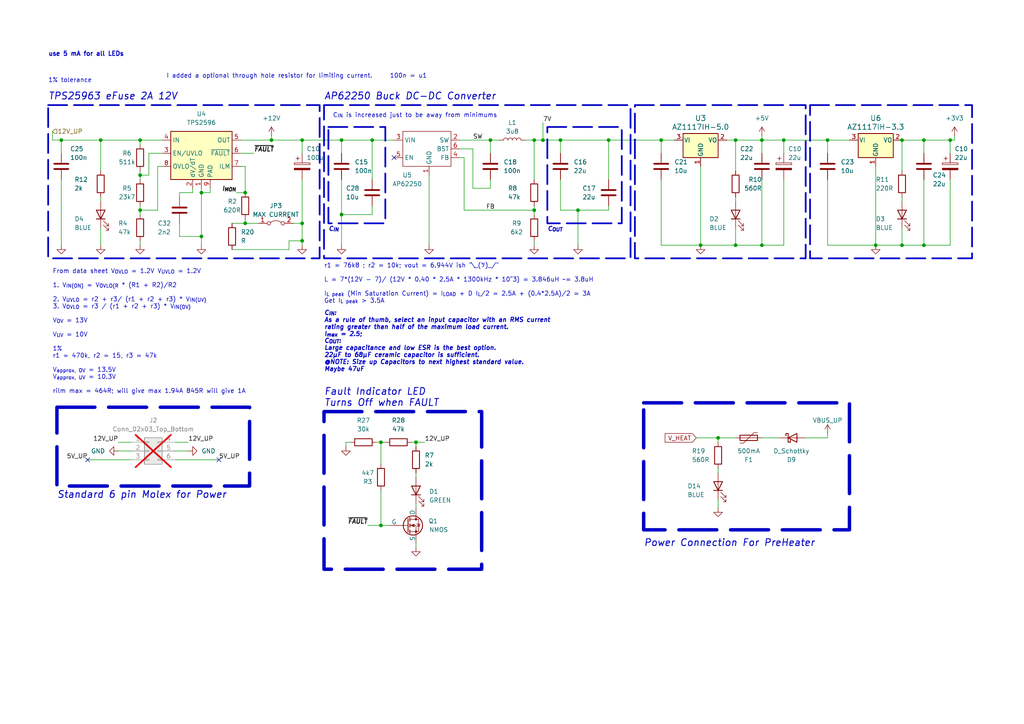
<source format=kicad_sch>
(kicad_sch (version 20231120) (generator "eeschema") (generator_version "8.0")
  (paper "A4")
  (title_block (title "Power Supply") (rev "1"))
  (lib_symbols
    (symbol "Connector_Generic:Conn_02x03_Top_Bottom" (pin_names (offset 1.016) hide)
      (property "Reference" "J" (at 1.27 5.08 0))
      (property "Value" "Conn_02x03_Top_Bottom" (at 1.27 -5.08 0))
      (symbol "Conn_02x03_Top_Bottom_1_1"
        (rectangle (start -1.27 -2.413) (end 0 -2.667) (stroke (width 0.1524)))
        (rectangle (start -1.27 0.127) (end 0 -0.127) (stroke (width 0.1524)))
        (rectangle (start -1.27 2.667) (end 0 2.413) (stroke (width 0.1524)))
        (rectangle (start -1.27 3.81) (end 3.81 -3.81) (stroke (width 0.254)) (fill (type background)))
        (rectangle (start 3.81 -2.413) (end 2.54 -2.667) (stroke (width 0.1524)))
        (rectangle (start 3.81 0.127) (end 2.54 -0.127) (stroke (width 0.1524)))
        (rectangle (start 3.81 2.667) (end 2.54 2.413) (stroke (width 0.1524)))
        (pin passive line (at -5.08 2.54 0) (length 3.81) (name "Pin_1") (number "1"))
        (pin passive line (at -5.08 0 0) (length 3.81) (name "Pin_2") (number "2"))
        (pin passive line (at -5.08 -2.54 0) (length 3.81) (name "Pin_3") (number "3"))
        (pin passive line (at 7.62 2.54 180) (length 3.81) (name "Pin_4") (number "4"))
        (pin passive line (at 7.62 0 180) (length 3.81) (name "Pin_5") (number "5"))
        (pin passive line (at 7.62 -2.54 180) (length 3.81) (name "Pin_6") (number "6"))
      )
    )
    (symbol "Device:C" (pin_numbers hide) (pin_names (offset 0.254))
      (property "Reference" "C" (at 0.635 2.54 0))
      (property "Value" "C" (at 0.635 -2.54 0))
      (symbol "C_0_1"
        (polyline (pts (xy -2.032 -0.762) (xy 2.032 -0.762)) (stroke (width 0.508)))
        (polyline (pts (xy -2.032 0.762) (xy 2.032 0.762)) (stroke (width 0.508)))
      )
      (symbol "C_1_1"
        (pin passive line (at 0 3.81 270) (length 2.794) (name "~") (number "1"))
        (pin passive line (at 0 -3.81 90) (length 2.794) (name "~") (number "2"))
      )
    )
    (symbol "Device:C_Polarized" (pin_numbers hide) (pin_names (offset 0.254))
      (property "Reference" "C" (at 0.635 2.54 0))
      (property "Value" "C_Polarized" (at 0.635 -2.54 0))
      (symbol "C_Polarized_0_1"
        (rectangle (start -2.286 0.508) (end 2.286 1.016))
        (polyline (pts (xy -1.778 2.286) (xy -0.762 2.286)))
        (polyline (pts (xy -1.27 2.794) (xy -1.27 1.778)))
        (rectangle (start 2.286 -0.508) (end -2.286 -1.016) (fill (type outline)))
      )
      (symbol "C_Polarized_1_1"
        (pin passive line (at 0 3.81 270) (length 2.794) (name "~") (number "1"))
        (pin passive line (at 0 -3.81 90) (length 2.794) (name "~") (number "2"))
      )
    )
    (symbol "Device:D_Schottky" (pin_numbers hide) (pin_names (offset 1.016) hide)
      (property "Reference" "D" (at 0 2.54 0))
      (property "Value" "D_Schottky" (at 0 -2.54 0))
      (symbol "D_Schottky_0_1"
        (polyline (pts (xy 1.27 0) (xy -1.27 0)))
        (polyline (pts (xy 1.27 1.27) (xy 1.27 -1.27) (xy -1.27 0) (xy 1.27 1.27)) (stroke (width 0.254)))
        (polyline (pts (xy -1.905 0.635) (xy -1.905 1.27) (xy -1.27 1.27) (xy -1.27 -1.27) (xy -0.635 -1.27) (xy -0.635 -0.635)) (stroke (width 0.254)))
      )
      (symbol "D_Schottky_1_1"
        (pin passive line (at -3.81 0 0) (length 2.54) (name "K") (number "1"))
        (pin passive line (at 3.81 0 180) (length 2.54) (name "A") (number "2"))
      )
    )
    (symbol "Device:L" (pin_numbers hide) (pin_names (offset 1.016) hide)
      (property "Reference" "L" (at -1.27 0 90))
      (property "Value" "L" (at 1.905 0 90))
      (symbol "L_0_1"
        (arc (start 0 -2.54) (mid 0.6323 -1.905) (end 0 -1.27))
        (arc (start 0 -1.27) (mid 0.6323 -0.635) (end 0 0))
        (arc (start 0 0) (mid 0.6323 0.635) (end 0 1.27))
        (arc (start 0 1.27) (mid 0.6323 1.905) (end 0 2.54))
      )
      (symbol "L_1_1"
        (pin passive line (at 0 3.81 270) (length 1.27) (name "1") (number "1"))
        (pin passive line (at 0 -3.81 90) (length 1.27) (name "2") (number "2"))
      )
    )
    (symbol "Device:LED" (pin_numbers hide) (pin_names (offset 1.016) hide)
      (property "Reference" "D" (at 0 2.54 0))
      (property "Value" "LED" (at 0 -2.54 0))
      (symbol "LED_0_1"
        (polyline (pts (xy -1.27 -1.27) (xy -1.27 1.27)) (stroke (width 0.254)))
        (polyline (pts (xy -1.27 0) (xy 1.27 0)))
        (polyline (pts (xy 1.27 -1.27) (xy 1.27 1.27) (xy -1.27 0) (xy 1.27 -1.27)) (stroke (width 0.254)))
        (polyline (pts (xy -3.048 -0.762) (xy -4.572 -2.286) (xy -3.81 -2.286) (xy -4.572 -2.286) (xy -4.572 -1.524)))
        (polyline (pts (xy -1.778 -0.762) (xy -3.302 -2.286) (xy -2.54 -2.286) (xy -3.302 -2.286) (xy -3.302 -1.524)))
      )
      (symbol "LED_1_1"
        (pin passive line (at -3.81 0 0) (length 2.54) (name "K") (number "1"))
        (pin passive line (at 3.81 0 180) (length 2.54) (name "A") (number "2"))
      )
    )
    (symbol "Device:Polyfuse" (pin_numbers hide) (pin_names (offset 0))
      (property "Reference" "F" (at -2.54 0 90))
      (property "Value" "Polyfuse" (at 2.54 0 90))
      (symbol "Polyfuse_0_1"
        (rectangle (start -0.762 2.54) (end 0.762 -2.54) (stroke (width 0.254)))
        (polyline (pts (xy 0 2.54) (xy 0 -2.54)))
        (polyline (pts (xy -1.524 2.54) (xy -1.524 1.524) (xy 1.524 -1.524) (xy 1.524 -2.54)))
      )
      (symbol "Polyfuse_1_1"
        (pin passive line (at 0 3.81 270) (length 1.27) (name "~") (number "1"))
        (pin passive line (at 0 -3.81 90) (length 1.27) (name "~") (number "2"))
      )
    )
    (symbol "Device:R" (pin_numbers hide) (pin_names (offset 0))
      (property "Reference" "R" (at 2.032 0 90))
      (property "Value" "R" (at 0 0 90))
      (symbol "R_0_1"
        (rectangle (start -1.016 -2.54) (end 1.016 2.54) (stroke (width 0.254)))
      )
      (symbol "R_1_1"
        (pin passive line (at 0 3.81 270) (length 1.27) (name "~") (number "1"))
        (pin passive line (at 0 -3.81 90) (length 1.27) (name "~") (number "2"))
      )
    )
    (symbol "H2_Parts:AP62205"
      (property "Reference" "U" (at -1.27 6.35 0))
      (symbol "AP62205_0_1"
        (rectangle (start -6.35 5.08) (end 7.62 -5.08))
      )
      (symbol "AP62205_1_1"
        (pin input line (at 1.27 -7.62 90) (length 2.54) (name "GND") (number "1"))
        (pin output line (at 10.16 2.54 180) (length 2.54) (name "SW") (number "2"))
        (pin input line (at -8.89 2.54 0) (length 2.54) (name "VIN") (number "3"))
        (pin input line (at 10.16 -2.54 180) (length 2.54) (name "FB") (number "4"))
        (pin input line (at -8.89 -2.54 0) (length 2.54) (name "EN") (number "5"))
        (pin input line (at 10.16 0 180) (length 2.54) (name "BST") (number "6"))
      )
    )
    (symbol "H2_Parts:AZ1117IH-3.3" (pin_names (offset 0.254))
      (property "Reference" "U" (at 0 7.62 0))
      (property "Value" "AZ1117IH-3.3" (at 0 5.08 0))
      (symbol "AZ1117IH-3.3_0_1"
        (rectangle (start -5.08 1.905) (end 5.08 -5.08) (stroke (width 0.254)) (fill (type background)))
      )
      (symbol "AZ1117IH-3.3_1_1"
        (pin power_in line (at 0 -7.62 90) (length 2.54) (name "GND") (number "1"))
        (pin power_out line (at 7.62 0 180) (length 2.54) (name "VO") (number "2"))
        (pin power_in line (at -7.62 0 0) (length 2.54) (name "VI") (number "3"))
      )
    )
    (symbol "H2_Parts:AZ111IH-5.0" (pin_names (offset 0.254))
      (property "Reference" "U" (at 0 8.89 0))
      (property "Value" "AZ1117IH-5.0" (at 0 6.35 0))
      (symbol "AZ111IH-5.0_0_1"
        (rectangle (start -5.08 1.905) (end 5.08 -5.08) (stroke (width 0.254)) (fill (type background)))
      )
      (symbol "AZ111IH-5.0_1_1"
        (pin power_in line (at 0 -7.62 90) (length 2.54) (name "GND") (number "1"))
        (pin power_out line (at 7.62 0 180) (length 2.54) (name "VO") (number "2"))
        (pin power_in line (at -7.62 0 0) (length 2.54) (name "VI") (number "3"))
      )
    )
    (symbol "H2_Parts:TPS2596"
      (property "Reference" "U" (at 0 11.43 0))
      (property "Value" "TPS2596" (at 0 8.89 0))
      (symbol "TPS2596_0_1"
        (rectangle (start -8.89 6.35) (end 8.89 -7.62) (stroke (width 0.254)) (fill (type background)))
      )
      (symbol "TPS2596_1_1"
        (pin power_in line (at 0 -10.16 90) (length 2.54) (name "GND") (number "1"))
        (pin input line (at -2.54 -10.16 90) (length 2.54) (name "dV/dT") (number "2"))
        (pin input line (at -11.43 0 0) (length 2.54) (name "EN/UVLO") (number "3"))
        (pin power_in line (at -11.43 3.81 0) (length 2.54) (name "IN") (number "4"))
        (pin power_out line (at 11.43 3.81 180) (length 2.54) (name "OUT") (number "5"))
        (pin output line (at 11.43 0 180) (length 2.54) (name "~{FAULT}") (number "6"))
        (pin input line (at 11.43 -3.81 180) (length 2.54) (name "ILM") (number "7"))
        (pin input line (at -11.43 -3.81 0) (length 2.54) (name "OVLO") (number "8"))
        (pin input line (at 2.54 -10.16 90) (length 2.54) (name "PAD") (number "9"))
      )
    )
    (symbol "Jumper:Jumper_2_Bridged" (pin_names (offset 0) hide)
      (property "Reference" "JP" (at 0 1.905 0))
      (property "Value" "Jumper_2_Bridged" (at 0 -2.54 0))
      (symbol "Jumper_2_Bridged_0_0"
        (circle (center -2.032 0) (radius 0.508))
        (circle (center 2.032 0) (radius 0.508))
      )
      (symbol "Jumper_2_Bridged_0_1"
        (arc (start 1.524 0.254) (mid 0 0.762) (end -1.524 0.254))
      )
      (symbol "Jumper_2_Bridged_1_1"
        (pin passive line (at -5.08 0 0) (length 2.54) (name "A") (number "1"))
        (pin passive line (at 5.08 0 180) (length 2.54) (name "B") (number "2"))
      )
    )
    (symbol "RF_Parts:VBUS_UP" (power) (pin_names (offset 0))
      (property "Value" "VBUS_UP" (at 0 3.556 0))
      (symbol "VBUS_UP_0_1"
        (polyline (pts (xy -0.762 1.27) (xy 0 2.54)))
        (polyline (pts (xy 0 0) (xy 0 2.54)))
        (polyline (pts (xy 0 2.54) (xy 0.762 1.27)))
      )
      (symbol "VBUS_UP_1_1"
        (pin power_in line (at 0 0 90) (length 0) hide (name "VBUS_UP") (number "1"))
      )
    )
    (symbol "Simulation_SPICE:NMOS" (pin_numbers hide) (pin_names (offset 0))
      (property "Reference" "Q" (at 5.08 1.27 0))
      (property "Value" "NMOS" (at 5.08 -1.27 0))
      (symbol "NMOS_0_1"
        (polyline (pts (xy 0.254 0) (xy -2.54 0)))
        (polyline (pts (xy 0.254 1.905) (xy 0.254 -1.905)) (stroke (width 0.254)))
        (polyline (pts (xy 0.762 -1.27) (xy 0.762 -2.286)) (stroke (width 0.254)))
        (polyline (pts (xy 0.762 0.508) (xy 0.762 -0.508)) (stroke (width 0.254)))
        (polyline (pts (xy 0.762 2.286) (xy 0.762 1.27)) (stroke (width 0.254)))
        (polyline (pts (xy 2.54 2.54) (xy 2.54 1.778)))
        (polyline (pts (xy 2.54 -2.54) (xy 2.54 0) (xy 0.762 0)))
        (polyline (pts (xy 0.762 -1.778) (xy 3.302 -1.778) (xy 3.302 1.778) (xy 0.762 1.778)))
        (polyline (pts (xy 1.016 0) (xy 2.032 0.381) (xy 2.032 -0.381) (xy 1.016 0)) (fill (type outline)))
        (polyline (pts (xy 2.794 0.508) (xy 2.921 0.381) (xy 3.683 0.381) (xy 3.81 0.254)))
        (polyline (pts (xy 3.302 0.381) (xy 2.921 -0.254) (xy 3.683 -0.254) (xy 3.302 0.381)))
        (circle (center 1.651 0) (radius 2.794) (stroke (width 0.254)))
        (circle (center 2.54 -1.778) (radius 0.254) (fill (type outline)))
        (circle (center 2.54 1.778) (radius 0.254) (fill (type outline)))
      )
      (symbol "NMOS_1_1"
        (pin passive line (at 2.54 5.08 270) (length 2.54) (name "D") (number "1"))
        (pin input line (at -5.08 0 0) (length 2.54) (name "G") (number "2"))
        (pin passive line (at 2.54 -5.08 90) (length 2.54) (name "S") (number "3"))
      )
    )
    (symbol "power:+12V" (power) (pin_names (offset 0))
      (property "Value" "+12V" (at 0 3.556 0))
      (symbol "+12V_0_1"
        (polyline (pts (xy -0.762 1.27) (xy 0 2.54)))
        (polyline (pts (xy 0 0) (xy 0 2.54)))
        (polyline (pts (xy 0 2.54) (xy 0.762 1.27)))
      )
      (symbol "+12V_1_1"
        (pin power_in line (at 0 0 90) (length 0) hide (name "+12V") (number "1"))
      )
    )
    (symbol "power:+3V3" (power) (pin_names (offset 0))
      (property "Value" "+3V3" (at 0 3.556 0))
      (symbol "+3V3_0_1"
        (polyline (pts (xy -0.762 1.27) (xy 0 2.54)))
        (polyline (pts (xy 0 0) (xy 0 2.54)))
        (polyline (pts (xy 0 2.54) (xy 0.762 1.27)))
      )
      (symbol "+3V3_1_1"
        (pin power_in line (at 0 0 90) (length 0) hide (name "+3V3") (number "1"))
      )
    )
    (symbol "power:+5V" (power) (pin_names (offset 0))
      (property "Value" "+5V" (at 0 3.556 0))
      (symbol "+5V_0_1"
        (polyline (pts (xy -0.762 1.27) (xy 0 2.54)))
        (polyline (pts (xy 0 0) (xy 0 2.54)))
        (polyline (pts (xy 0 2.54) (xy 0.762 1.27)))
      )
      (symbol "+5V_1_1"
        (pin power_in line (at 0 0 90) (length 0) hide (name "+5V") (number "1"))
      )
    )
    (symbol "power:GND" (power) (pin_names (offset 0))
      (property "Value" "GND" (at 0 -3.81 0))
      (symbol "GND_0_1"
        (polyline (pts (xy 0 0) (xy 0 -1.27) (xy 1.27 -1.27) (xy 0 -2.54) (xy -1.27 -1.27) (xy 0 -1.27)))
      )
      (symbol "GND_1_1"
        (pin power_in line (at 0 0 270) (length 0) hide (name "GND") (number "1"))
      )
    )
  )
  (junction (at 275.59 40.64))
  (junction (at 220.98 40.64))
  (junction (at 203.2 71.12))
  (junction (at 267.97 40.64))
  (junction (at 167.64 60.96))
  (junction (at 58.42 68.58))
  (junction (at 162.56 40.64))
  (junction (at 176.53 40.64))
  (junction (at 71.12 64.77))
  (junction (at 87.63 64.77))
  (junction (at 99.06 62.23))
  (junction (at 78.74 40.64))
  (junction (at 40.64 60.96))
  (junction (at 154.94 40.64))
  (junction (at 40.64 40.64))
  (junction (at 157.48 40.64))
  (junction (at 254 71.12))
  (junction (at 40.64 50.8))
  (junction (at 29.21 40.64))
  (junction (at 87.63 69.85))
  (junction (at 240.03 40.64))
  (junction (at 110.49 152.4))
  (junction (at 213.36 40.64))
  (junction (at 120.65 128.27))
  (junction (at 71.12 55.88))
  (junction (at 213.36 71.12))
  (junction (at 17.78 40.64))
  (junction (at 87.63 40.64))
  (junction (at 208.28 127))
  (junction (at 110.49 128.27))
  (junction (at 227.33 40.64))
  (junction (at 142.24 40.64))
  (junction (at 99.06 40.64))
  (junction (at 267.97 71.12))
  (junction (at 261.62 71.12))
  (junction (at 191.77 40.64))
  (junction (at 261.62 40.64))
  (junction (at 220.98 71.12))
  (junction (at 107.95 40.64))
  (junction (at 154.94 60.96))
  (junction (at 58.42 55.88))
  (no_connect (at 63.5 133.35))
  (no_connect (at 25.4 133.35))
  (no_connect (at 114.3 45.72))
  (wire (pts (xy 167.64 60.96) (xy 167.64 71.12)))
  (wire (pts (xy 43.18 44.45) (xy 43.18 50.8)))
  (wire (pts (xy 191.77 71.12) (xy 203.2 71.12)))
  (wire (pts (xy 40.64 41.91) (xy 40.64 40.64)))
  (wire (pts (xy 120.65 137.16) (xy 120.65 138.43)))
  (wire (pts (xy 52.07 57.15) (xy 52.07 55.88)))
  (wire (pts (xy 40.64 60.96) (xy 40.64 59.69)))
  (wire (pts (xy 267.97 71.12) (xy 275.59 71.12)))
  (wire (pts (xy 71.12 64.77) (xy 71.12 63.5)))
  (wire (pts (xy 67.31 72.39) (xy 83.82 72.39)))
  (wire (pts (xy 213.36 66.04) (xy 213.36 71.12)))
  (wire (pts (xy 54.61 130.81) (xy 50.8 130.81)))
  (wire (pts (xy 261.62 66.04) (xy 261.62 71.12)))
  (wire (pts (xy 167.64 60.96) (xy 176.53 60.96)))
  (wire (pts (xy 123.19 128.27) (xy 120.65 128.27)))
  (wire (pts (xy 52.07 55.88) (xy 55.88 55.88)))
  (wire (pts (xy 213.36 127) (xy 208.28 127)))
  (wire (pts (xy 254 71.12) (xy 261.62 71.12)))
  (wire (pts (xy 110.49 128.27) (xy 110.49 134.62)))
  (wire (pts (xy 208.28 128.27) (xy 208.28 127)))
  (wire (pts (xy 275.59 52.07) (xy 275.59 71.12)))
  (wire (pts (xy 110.49 142.24) (xy 110.49 152.4)))
  (wire (pts (xy 208.28 144.78) (xy 208.28 147.32)))
  (wire (pts (xy 67.31 64.77) (xy 71.12 64.77)))
  (wire (pts (xy 100.33 128.27) (xy 101.6 128.27)))
  (wire (pts (xy 137.16 54.61) (xy 142.24 54.61)))
  (wire (pts (xy 99.06 62.23) (xy 99.06 71.12)))
  (wire (pts (xy 69.85 40.64) (xy 78.74 40.64)))
  (wire (pts (xy 87.63 40.64) (xy 87.63 44.45)))
  (wire (pts (xy 107.95 40.64) (xy 114.3 40.64)))
  (wire (pts (xy 40.64 49.53) (xy 40.64 50.8)))
  (wire (pts (xy 15.24 40.64) (xy 17.78 40.64)))
  (wire (pts (xy 87.63 69.85) (xy 87.63 71.12)))
  (wire (pts (xy 220.98 40.64) (xy 220.98 44.45)))
  (wire (pts (xy 144.78 40.64) (xy 142.24 40.64)))
  (wire (pts (xy 203.2 71.12) (xy 213.36 71.12)))
  (wire (pts (xy 34.29 128.27) (xy 38.1 128.27)))
  (wire (pts (xy 157.48 40.64) (xy 162.56 40.64)))
  (wire (pts (xy 15.24 38.1) (xy 15.24 40.64)))
  (wire (pts (xy 213.36 57.15) (xy 213.36 58.42)))
  (wire (pts (xy 29.21 57.15) (xy 29.21 58.42)))
  (wire (pts (xy 154.94 59.69) (xy 154.94 60.96)))
  (wire (pts (xy 240.03 40.64) (xy 240.03 44.45)))
  (wire (pts (xy 45.72 48.26) (xy 46.99 48.26)))
  (wire (pts (xy 99.06 40.64) (xy 99.06 44.45)))
  (wire (pts (xy 78.74 40.64) (xy 87.63 40.64)))
  (wire (pts (xy 87.63 64.77) (xy 87.63 69.85)))
  (wire (pts (xy 58.42 55.88) (xy 60.96 55.88)))
  (wire (pts (xy 213.36 40.64) (xy 220.98 40.64)))
  (wire (pts (xy 29.21 40.64) (xy 40.64 40.64)))
  (wire (pts (xy 154.94 62.23) (xy 154.94 60.96)))
  (wire (pts (xy 154.94 52.07) (xy 154.94 40.64)))
  (wire (pts (xy 17.78 40.64) (xy 29.21 40.64)))
  (wire (pts (xy 110.49 152.4) (xy 113.03 152.4)))
  (wire (pts (xy 40.64 50.8) (xy 43.18 50.8)))
  (wire (pts (xy 58.42 55.88) (xy 58.42 68.58)))
  (wire (pts (xy 176.53 60.96) (xy 176.53 59.69)))
  (wire (pts (xy 99.06 52.07) (xy 99.06 62.23)))
  (wire (pts (xy 227.33 40.64) (xy 240.03 40.64)))
  (wire (pts (xy 220.98 39.37) (xy 220.98 40.64)))
  (wire (pts (xy 142.24 54.61) (xy 142.24 52.07)))
  (wire (pts (xy 152.4 40.64) (xy 154.94 40.64)))
  (wire (pts (xy 40.64 69.85) (xy 40.64 71.12)))
  (wire (pts (xy 240.03 71.12) (xy 254 71.12)))
  (wire (pts (xy 134.62 45.72) (xy 134.62 60.96)))
  (wire (pts (xy 107.95 62.23) (xy 99.06 62.23)))
  (wire (pts (xy 162.56 52.07) (xy 162.56 60.96)))
  (wire (pts (xy 58.42 68.58) (xy 58.42 71.12)))
  (wire (pts (xy 275.59 40.64) (xy 275.59 44.45)))
  (wire (pts (xy 45.72 60.96) (xy 45.72 48.26)))
  (wire (pts (xy 240.03 40.64) (xy 246.38 40.64)))
  (wire (pts (xy 233.68 127) (xy 240.03 127)))
  (wire (pts (xy 110.49 128.27) (xy 111.76 128.27)))
  (wire (pts (xy 227.33 40.64) (xy 227.33 44.45)))
  (wire (pts (xy 261.62 71.12) (xy 267.97 71.12)))
  (wire (pts (xy 275.59 40.64) (xy 267.97 40.64)))
  (wire (pts (xy 40.64 62.23) (xy 40.64 60.96)))
  (wire (pts (xy 261.62 40.64) (xy 267.97 40.64)))
  (wire (pts (xy 142.24 40.64) (xy 142.24 44.45)))
  (wire (pts (xy 254 48.26) (xy 254 71.12)))
  (wire (pts (xy 261.62 57.15) (xy 261.62 58.42)))
  (wire (pts (xy 157.48 40.64) (xy 154.94 40.64)))
  (wire (pts (xy 191.77 52.07) (xy 191.77 71.12)))
  (wire (pts (xy 17.78 52.07) (xy 17.78 71.12)))
  (wire (pts (xy 176.53 40.64) (xy 176.53 52.07)))
  (wire (pts (xy 71.12 64.77) (xy 74.93 64.77)))
  (wire (pts (xy 120.65 157.48) (xy 120.65 158.75)))
  (wire (pts (xy 213.36 71.12) (xy 220.98 71.12)))
  (wire (pts (xy 208.28 135.89) (xy 208.28 137.16)))
  (wire (pts (xy 99.06 40.64) (xy 107.95 40.64)))
  (wire (pts (xy 276.86 39.37) (xy 276.86 40.64)))
  (wire (pts (xy 133.35 43.18) (xy 137.16 43.18)))
  (wire (pts (xy 119.38 128.27) (xy 120.65 128.27)))
  (wire (pts (xy 40.64 60.96) (xy 45.72 60.96)))
  (wire (pts (xy 71.12 48.26) (xy 69.85 48.26)))
  (wire (pts (xy 78.74 39.37) (xy 78.74 40.64)))
  (wire (pts (xy 109.22 128.27) (xy 110.49 128.27)))
  (wire (pts (xy 34.29 130.81) (xy 38.1 130.81)))
  (wire (pts (xy 69.85 44.45) (xy 73.66 44.45)))
  (wire (pts (xy 267.97 40.64) (xy 267.97 44.45)))
  (wire (pts (xy 83.82 69.85) (xy 87.63 69.85)))
  (wire (pts (xy 137.16 54.61) (xy 137.16 43.18)))
  (wire (pts (xy 261.62 49.53) (xy 261.62 40.64)))
  (wire (pts (xy 133.35 40.64) (xy 142.24 40.64)))
  (wire (pts (xy 50.8 128.27) (xy 54.61 128.27)))
  (wire (pts (xy 157.48 35.56) (xy 157.48 40.64)))
  (wire (pts (xy 85.09 64.77) (xy 87.63 64.77)))
  (wire (pts (xy 68.58 55.88) (xy 71.12 55.88)))
  (wire (pts (xy 213.36 40.64) (xy 210.82 40.64)))
  (wire (pts (xy 107.95 59.69) (xy 107.95 62.23)))
  (wire (pts (xy 191.77 40.64) (xy 195.58 40.64)))
  (wire (pts (xy 83.82 72.39) (xy 83.82 69.85)))
  (wire (pts (xy 29.21 40.64) (xy 29.21 49.53)))
  (wire (pts (xy 220.98 40.64) (xy 227.33 40.64)))
  (wire (pts (xy 87.63 52.07) (xy 87.63 64.77)))
  (wire (pts (xy 107.95 40.64) (xy 107.95 52.07)))
  (wire (pts (xy 213.36 40.64) (xy 213.36 49.53)))
  (wire (pts (xy 40.64 40.64) (xy 46.99 40.64)))
  (wire (pts (xy 40.64 50.8) (xy 40.64 52.07)))
  (wire (pts (xy 120.65 146.05) (xy 120.65 147.32)))
  (wire (pts (xy 240.03 125.73) (xy 240.03 127)))
  (wire (pts (xy 52.07 64.77) (xy 52.07 68.58)))
  (wire (pts (xy 106.68 152.4) (xy 110.49 152.4)))
  (wire (pts (xy 154.94 71.12) (xy 154.94 69.85)))
  (wire (pts (xy 25.4 133.35) (xy 38.1 133.35)))
  (wire (pts (xy 50.8 133.35) (xy 63.5 133.35)))
  (wire (pts (xy 191.77 40.64) (xy 191.77 44.45)))
  (wire (pts (xy 100.33 129.54) (xy 100.33 128.27)))
  (wire (pts (xy 87.63 40.64) (xy 99.06 40.64)))
  (wire (pts (xy 162.56 40.64) (xy 162.56 44.45)))
  (wire (pts (xy 220.98 127) (xy 226.06 127)))
  (wire (pts (xy 133.35 45.72) (xy 134.62 45.72)))
  (wire (pts (xy 52.07 68.58) (xy 58.42 68.58)))
  (wire (pts (xy 134.62 60.96) (xy 154.94 60.96)))
  (wire (pts (xy 201.93 127) (xy 208.28 127)))
  (wire (pts (xy 240.03 52.07) (xy 240.03 71.12)))
  (wire (pts (xy 71.12 55.88) (xy 71.12 48.26)))
  (wire (pts (xy 176.53 40.64) (xy 191.77 40.64)))
  (wire (pts (xy 46.99 44.45) (xy 43.18 44.45)))
  (wire (pts (xy 120.65 128.27) (xy 120.65 129.54)))
  (wire (pts (xy 17.78 40.64) (xy 17.78 44.45)))
  (wire (pts (xy 162.56 60.96) (xy 167.64 60.96)))
  (wire (pts (xy 124.46 50.8) (xy 124.46 71.12)))
  (wire (pts (xy 276.86 40.64) (xy 275.59 40.64)))
  (wire (pts (xy 29.21 66.04) (xy 29.21 71.12)))
  (wire (pts (xy 162.56 40.64) (xy 176.53 40.64)))
  (wire (pts (xy 220.98 71.12) (xy 227.33 71.12)))
  (wire (pts (xy 267.97 52.07) (xy 267.97 71.12)))
  (wire (pts (xy 227.33 52.07) (xy 227.33 71.12)))
  (wire (pts (xy 220.98 52.07) (xy 220.98 71.12)))
  (wire (pts (xy 58.42 55.88) (xy 58.42 54.61)))
  (wire (pts (xy 55.88 55.88) (xy 55.88 54.61)))
  (wire (pts (xy 203.2 48.26) (xy 203.2 71.12)))
  (wire (pts (xy 60.96 55.88) (xy 60.96 54.61)))
  (rectangle (start 16.51 118.11) (end 72.39 140.97) (stroke (width 1) (type dash)))
  (rectangle (start 95.25 36.83) (end 111.76 64.77) (stroke (width 0.5) (type dash)))
  (rectangle (start 234.95 30.48) (end 281.94 74.93) (stroke (width 0.5) (type dash)))
  (rectangle (start 13.97 30.48) (end 92.71 74.93) (stroke (width 0.5) (type dash)))
  (rectangle (start 184.15 30.48) (end 233.68 74.93) (stroke (width 0.5) (type dash)))
  (rectangle (start 11.43 217.17) (end 109.22 328.93) (stroke (width 1) (type dash)))
  (rectangle (start 93.98 30.48) (end 182.88 74.93) (stroke (width 0.5) (type dash)))
  (rectangle (start 186.69 116.84) (end 246.38 153.67) (stroke (width 1) (type dash)))
  (rectangle (start 158.75 36.83) (end 180.34 64.77) (stroke (width 0.5) (type dash)))
  (rectangle (start 93.98 119.38) (end 139.7 165.1) (stroke (width 1) (type dash)))
  (text "C_{IN}" (at 95.25 67.31 0) (effects (font (size 1.27 1.27) (thickness 0.254) (bold yes) (italic yes)) (justify left bottom)))
  (text "The data sheet for the AP63205 says the recommended component values are:\n\nL = 4.7 uH; C_{IN} = 10 uF; C_{OUT, 1 2} = 22 uH; C_{BST, SW} = 100 nF" (at 13.97 273.05 0) (effects (font (size 1.27 1.27) (thickness 0.254) (bold yes)) (justify left bottom)))
  (text "r1 = 76k8 ; r2 = 10k; vout = 6.944V ish ¯\\_(ツ)_/¯\n\nL = 7*(12V - 7)/ (12V * 0.40 * 2.5A * 1300kHz * 10^3) = 3.846uH ~= 3.8uH\n\nI_{L peak} (Min Saturation Current) = I_{LOAD} + D I_{L}/2 = 2.5A + (0.4*2.5A)/2 = 3A\nGet I_{L peak} > 3.5A\n\n" (at 93.98 90.17 0) (effects (font (size 1.27 1.27)) (justify left bottom)))
  (text "TPS25963 eFuse 2A 12V" (at 13.97 29.21 0) (effects (font (size 2 2) (thickness 0.254) (bold yes) (italic yes)) (justify left bottom)))
  (text "Standard 6 pin Molex for Power" (at 16.51 144.78 0) (effects (font (size 2 2) (thickness 0.254) (bold yes) (italic yes)) (justify left bottom)))
  (text "Power Connection For PreHeater\n" (at 186.69 158.75 0) (effects (font (size 2 2) (thickness 0.254) (bold yes) (italic yes)) (justify left bottom)))
  (text "use 5 mA for all LEDs" (at 13.97 16.51 0) (effects (font (size 1.27 1.27) (thickness 0.254) (bold yes)) (justify left bottom)))
  (text "L = V_{OUT} * (V_{IN} - V_{OUT}) / (V_{IN} * Delta I_{L} * f_{SW})\n\nDelta I_{L} = Inductor Ripple Current; 0.40 * 2A\n\nf_{SW} = buck switching frequency\n\nI_{L, PEAK} = I_{LOAD} + (Delta I_{L} / 2) \n\nI_{L, PEAK} determines the inductor saturation current.\nSaturating the inductor will decrease the efficency and increases the temprature.\nFor most applications it is recommended inductance between 2.2 and 10 uH\nwith a DC current rating 35% higher than max current.\nFor highest efficency DC resistance should be less than 100mOhms\n\nFor our application since the Buck has a maximum out current of 2 amps,\nand the eFuse is also max 2A i will pick:\n\nDelta I_{L} = 0.40 * 2A = 0.8\n\nso L = 5V * (12V - 5V) / (12V * 0.40 * 2A * 1100 * 10^3 Hz) = 3.31 uH ( Lower Bound )\n\nI_{L, PEAK} = 2A + (0.40 * 2A) / 2 = 2.4A\n\n" (at 13.97 266.7 0) (effects (font (size 1.27 1.27)) (justify left bottom)))
  (text "C_{IN}:\nAs a rule of thumb, select an input capacitor with an RMS current \nrating greater than half of the maximum load current.\nI_{max} = 2.5;" (at 93.98 97.79 0) (effects (font (size 1.27 1.27) (thickness 0.254) (bold yes) (italic yes)) (justify left bottom)))
  (text "C_{OUT}:\nLarge capacitance and low ESR is the best option. \n22µF to 68µF ceramic capacitor is sufficient.\n@NOTE: Size up Capacitors to next highest standard value.\nMaybe 47uF" (at 93.98 107.95 0) (effects (font (size 1.27 1.27) (thickness 0.254) (bold yes) (italic yes)) (justify left bottom)))
  (text "I added a optional through hole resistor for limiting current." (at 48.26 22.86 0) (effects (font (size 1.27 1.27)) (justify left bottom)))
  (text "C_{OUT}" (at 158.75 67.31 0) (effects (font (size 1.27 1.27) (thickness 0.254) (bold yes) (italic yes)) (justify left bottom)))
  (text "Fault Indicator LED\nTurns Off when FAULT" (at 93.98 118.11 0) (effects (font (size 2 2) (thickness 0.254) (bold yes) (italic yes)) (justify left bottom)))
  (text "Inductor selection for AP63205" (at 11.43 215.9 0) (effects (font (size 2 2) (thickness 0.254) (bold yes) (italic yes)) (justify left bottom)))
  (text "From data sheet V_{OVLO} = 1.2V V_{UVLO} = 1.2V\n\n1. V_{IN(ON)} = V_{OVLO(R} * (R1 + R2)/R2\n\n2. V_{UVLO} = r2 + r3/ (r1 + r2 + r3) * V_{IN(UV)} \n3. V_{OVLO} = r3 / (r1 + r2 + r3) * V_{IN(OV)}\n\nV_{OV} = 13V\n\nV_{UV} = 10V\n\n1%\nr1 = 470k, r2 = 15, r3 = 47k\n\nV_{approx, OV} = 13.5V\nV_{approx, UV} = 10.3V\n\nrilm max = 464R; will give max 1.94A 845R will give 1A" (at 15.24 114.3 0) (effects (font (size 1.27 1.27)) (justify left bottom)))
  (text "100n = u1" (at 113.03 22.86 0) (effects (font (size 1.27 1.27)) (justify left bottom)))
  (text "AP62250 Buck DC-DC Converter" (at 93.98 29.21 0) (effects (font (size 2 2) (thickness 0.254) (bold yes) (italic yes)) (justify left bottom)))
  (text "C_{IN} is increased just to be away from minimums" (at 96.52 34.29 0) (effects (font (size 1.27 1.27)) (justify left bottom)))
  (text "Phil's take:\n\nMAXIMUM SWITCHING CURRENT: \n\nEnsure IC can provide required current and use it to determine current rating for parts.\n\n1. duty cycle partial = V_{Out} / (V_{In, max} * efficency)\n\ndcp = 5V / (12V * 0.85) = 0.49\n\n2. Calculate Inductor Ripple Current: \n- use average L value from data sheet = (2.2 uH + 10 uH) / 2 = 6.1 uH\n\nDelta I_{L} = (12V - 5V) * 0.49 / (1100 * 10^3 * 6.1 * 10^-6 H) = 511 mA\n\n3. Check if IC can deliver max load current:\n\nI_{IC, max} = I_{LIM, min} - Delta I_{L} / 2\nThe AP63205 can deliver High Side peak current of 2.8 A (typ.)\nI_{IC, max} = 2.8 A - 0.511 mA / 2 = 2.5A (greater than max load current)\n\n4. Calculate peak inductor current: \n\nI_{SW, max} = I_{Out, max} + Delta I_{L} / 2 = 2.255 A " (at 13.97 325.12 0) (effects (font (size 1.27 1.27)) (justify left bottom)))
  (text "1% tolerance" (at 13.97 24.13 0) (effects (font (size 1.27 1.27)) (justify left bottom)))
  (label "12V_UP" (at 123.19 128.27 0))
  (label "12V_UP" (at 54.61 128.27 0))
  (label "7V" (at 157.48 35.56 0))
  (label "12V_UP" (at 34.29 128.27 180))
  (label "~{FAULT}" (at 73.66 44.45 0) (effects (font (bold yes) (italic yes))))
  (label "5V_UP" (at 25.4 133.35 180))
  (label "5V_UP" (at 63.5 133.35 0))
  (label "FB" (at 140.97 60.96 0))
  (label "SW" (at 137.16 40.64 0))
  (label "I_{MON}" (at 68.58 55.88 180) (effects (font (bold yes) (italic yes))))
  (label "~{FAULT}" (at 106.68 152.4 180) (effects (font (bold yes) (italic yes))))
  (global_label "V_HEAT" (shape input) (at 201.93 127 180) (property "Intersheetrefs" "${INTERSHEET_REFS}" (effects (hide yes))))
  (hierarchical_label "12V_UP" (shape input) (at 15.24 38.1 0))
  (symbol (lib_id "Device:C") (at 162.56 48.26 0) (unit 1)
    (property "Reference" "C16" (at 166.37 46.99 0) (effects (justify left)))
    (property "Value" "22u" (at 166.37 49.53 0) (effects (justify left)))
    (property "Footprint" "Capacitor_SMD:C_1210_3225Metric" (effects (hide yes)))
    (property "DK #" "1276-1101-1-ND" (effects (hide yes)))
  )
  (symbol (lib_id "power:GND") (at 203.2 71.12 0) (unit 1)
    (property "Reference" "#PWR026" (effects (hide yes)))
    (property "Value" "GND" (effects (hide yes)))
  )
  (symbol (lib_id "power:GND") (at 120.65 158.75 0) (unit 1)
    (property "Reference" "#PWR023" (effects (hide yes)))
    (property "Value" "GND" (effects (hide yes)))
  )
  (symbol (lib_id "power:GND") (at 208.28 147.32 0) (unit 1)
    (property "Reference" "#PWR072" (effects (hide yes)))
    (property "Value" "GND" (effects (hide yes)))
  )
  (symbol (lib_id "Device:R") (at 105.41 128.27 90) (unit 1)
    (property "Reference" "R27" (at 105.41 121.92 90))
    (property "Value" "30k" (at 105.41 124.46 90))
    (property "Footprint" "Resistor_SMD:R_0603_1608Metric" (effects (hide yes)))
    (property "JLCPCB Part#(Optional)" "C22984" (effects (hide yes)))
    (property "JLCPCB Part#(optional)" "C22984" (effects (hide yes)))
  )
  (symbol (lib_id "Device:C") (at 142.24 48.26 0) (unit 1)
    (property "Reference" "C18" (at 146.05 46.99 0) (effects (justify left)))
    (property "Value" "100n" (at 146.05 49.53 0) (effects (justify left)))
    (property "Footprint" "Capacitor_SMD:C_0603_1608Metric" (effects (hide yes)))
    (property "JLCPCB Part#(Optional)" "C14663" (effects (hide yes)))
    (property "JLCPCB Part#(optional)" "C14663" (effects (hide yes)))
  )
  (symbol (lib_id "power:+5V") (at 220.98 39.37 0) (unit 1)
    (property "Reference" "#PWR029" (effects (hide yes)))
    (property "Value" "+5V" (at 220.98 34.29 0))
  )
  (symbol (lib_id "power:GND") (at 40.64 71.12 0) (unit 1)
    (property "Reference" "#PWR022" (effects (hide yes)))
    (property "Value" "GND" (effects (hide yes)))
  )
  (symbol (lib_id "power:GND") (at 124.46 71.12 0) (unit 1)
    (property "Reference" "#PWR018" (effects (hide yes)))
    (property "Value" "GND" (effects (hide yes)))
  )
  (symbol (lib_id "Device:R") (at 110.49 138.43 180) (unit 1)
    (property "Reference" "R3" (at 106.68 139.7 0))
    (property "Value" "4k7" (at 106.68 137.16 0))
    (property "Footprint" "Resistor_SMD:R_0603_1608Metric" (effects (hide yes)))
    (property "JLCPCB Part#(Optional)" "C23162" (effects (hide yes)))
    (property "JLCPCB Part#(optional)" "C23162" (effects (hide yes)))
  )
  (symbol (lib_id "power:GND") (at 167.64 71.12 0) (unit 1)
    (property "Reference" "#PWR019" (effects (hide yes)))
    (property "Value" "GND" (effects (hide yes)))
  )
  (symbol (lib_id "Device:C") (at 267.97 48.26 0) (unit 1)
    (property "Reference" "C24" (at 270.51 50.8 0) (effects (justify left)))
    (property "Value" "22u" (at 270.51 53.34 0) (effects (justify left)))
    (property "Footprint" "Capacitor_SMD:C_0805_2012Metric" (effects (hide yes)))
    (property "JLCPCB Part#(Optional)" "C45783" (effects (hide yes)))
    (property "JLCPCB Part#(optional)" "C45783" (effects (hide yes)))
  )
  (symbol (lib_id "Device:R") (at 261.62 53.34 0) (unit 1)
    (property "Reference" "R11" (at 254 52.07 0) (effects (justify left)))
    (property "Value" "220R" (at 254 54.61 0) (effects (justify left)))
    (property "Footprint" "Resistor_SMD:R_0805_2012Metric" (effects (hide yes)))
    (property "JLCPCB Part#(Optional)" "C17557" (effects (hide yes)))
    (property "JLCPCB Part#(optional)" "C17557" (effects (hide yes)))
  )
  (symbol (lib_id "H2_Parts:AP62205") (at 123.19 43.18 0) (unit 1)
    (property "Reference" "U5" (at 118.11 50.8 0))
    (property "Value" "AP62250" (at 118.11 53.34 0))
    (property "Footprint" "Package_TO_SOT_SMD:TSOT-23-6" (effects (hide yes)))
    (property "DK #" "31-AP62250WU-7CT-ND" (effects (hide yes)))
  )
  (symbol (lib_id "Device:Polyfuse") (at 217.17 127 270) (unit 1)
    (property "Reference" "F1" (at 217.17 133.35 90))
    (property "Value" "500mA" (at 217.17 130.81 90))
    (property "Footprint" "Fuse:Fuse_0805_2012Metric" (effects (hide yes)))
    (property "DK #" "507-1811-1-ND" (effects (hide yes)))
  )
  (symbol (lib_id "power:GND") (at 154.94 71.12 0) (unit 1)
    (property "Reference" "#PWR025" (effects (hide yes)))
    (property "Value" "GND" (effects (hide yes)))
  )
  (symbol (lib_id "Device:D_Schottky") (at 229.87 127 0) (unit 1)
    (property "Reference" "D9" (at 229.5525 133.35 0))
    (property "Value" "D_Schottky" (at 229.5525 130.81 0))
    (property "Footprint" "Diode_SMD:D_0805_2012Metric" (effects (hide yes)))
  )
  (symbol (lib_id "power:GND") (at 17.78 71.12 0) (unit 1)
    (property "Reference" "#PWR034" (effects (hide yes)))
    (property "Value" "GND" (effects (hide yes)))
  )
  (symbol (lib_id "power:GND") (at 87.63 71.12 0) (unit 1)
    (property "Reference" "#PWR024" (effects (hide yes)))
    (property "Value" "GND" (effects (hide yes)))
  )
  (symbol (lib_id "Device:R") (at 40.64 66.04 0) (unit 1)
    (property "Reference" "R4" (at 34.29 64.77 0) (effects (justify left)))
    (property "Value" "47k" (at 34.29 67.31 0) (effects (justify left)))
    (property "Footprint" "Resistor_SMD:R_0805_2012Metric" (effects (hide yes)))
    (property "JLCPCB Part#(optional)" "C17713" (effects (hide yes)))
  )
  (symbol (lib_id "Device:R") (at 67.31 68.58 180) (unit 1)
    (property "Reference" "R20" (at 69.85 67.31 0) (effects (justify right)))
    (property "Value" "R" (at 69.85 69.85 0) (effects (justify right)))
    (property "Footprint" "Resistor_THT:R_Axial_DIN0204_L3.6mm_D1.6mm_P7.62mm_Horizontal" (effects (hide yes)))
  )
  (symbol (lib_id "power:GND") (at 58.42 71.12 0) (unit 1)
    (property "Reference" "#PWR020" (effects (hide yes)))
    (property "Value" "GND" (effects (hide yes)))
  )
  (symbol (lib_id "power:GND") (at 54.61 130.81 90) (unit 1)
    (property "Reference" "#PWR014" (effects (hide yes)))
    (property "Value" "GND" (at 58.42 130.81 90) (effects (justify right)))
  )
  (symbol (lib_id "Device:R") (at 40.64 55.88 0) (unit 1)
    (property "Reference" "R5" (at 36.83 54.61 0))
    (property "Value" "23k7" (at 36.83 57.15 0))
    (property "Footprint" "Resistor_SMD:R_0805_2012Metric" (effects (hide yes)))
    (property "JLCPCB Part#(optional)" "C17480" (effects (hide yes)))
  )
  (symbol (lib_id "Connector_Generic:Conn_02x03_Top_Bottom") (at 43.18 130.81 0) (unit 1) (on_board no) (dnp yes)
    (property "Reference" "J2" (at 44.45 121.92 0))
    (property "Value" "Conn_02x03_Top_Bottom" (at 44.45 124.46 0))
    (property "Footprint" "SYM&FOOT:Molex_Micro-Fit_3.0_43045-0621_2x03-1MP_P3.00mm_Horizontal" (effects (hide yes)))
  )
  (symbol (lib_id "Device:R") (at 208.28 132.08 0) (unit 1)
    (property "Reference" "R19" (at 200.66 130.81 0) (effects (justify left)))
    (property "Value" "560R" (at 200.66 133.35 0) (effects (justify left)))
    (property "Footprint" "Resistor_SMD:R_0805_2012Metric" (effects (hide yes)))
    (property "JLCPCB Part#(Optional)" "C28636" (effects (hide yes)))
    (property "JLCPCB Part#(optional)" "C28636" (effects (hide yes)))
  )
  (symbol (lib_id "power:GND") (at 254 71.12 0) (unit 1)
    (property "Reference" "#PWR021" (effects (hide yes)))
    (property "Value" "GND" (effects (hide yes)))
  )
  (symbol (lib_id "Device:R") (at 120.65 133.35 0) (unit 1)
    (property "Reference" "R7" (at 123.19 132.08 0) (effects (justify left)))
    (property "Value" "2k" (at 123.19 134.62 0) (effects (justify left)))
    (property "Footprint" "Resistor_SMD:R_0805_2012Metric" (effects (hide yes)))
    (property "JLCPCB Part#(Optional)" "C17604" (effects (hide yes)))
    (property "JLCPCB Part#(optional)" "C17604" (effects (hide yes)))
  )
  (symbol (lib_id "Device:C") (at 107.95 55.88 0) (unit 1)
    (property "Reference" "C28" (at 100.33 54.61 0) (effects (justify left)))
    (property "Value" "10u" (at 100.33 57.15 0) (effects (justify left)))
    (property "Footprint" "Capacitor_SMD:C_1210_3225Metric" (effects (hide yes)))
    (property "DK #" "1276-1854-1-ND" (effects (hide yes)))
    (property "JLCPCB Part#(optional)" "-- mixed values --" (effects (hide yes)))
  )
  (symbol (lib_id "Device:C") (at 99.06 48.26 0) (unit 1)
    (property "Reference" "C15" (at 102.87 46.99 0) (effects (justify left)))
    (property "Value" "100n" (at 102.87 49.53 0) (effects (justify left)))
    (property "Footprint" "Capacitor_SMD:C_0603_1608Metric" (effects (hide yes)))
    (property "JLCPCB Part#(Optional)" "C14663" (effects (hide yes)))
    (property "JLCPCB Part#(optional)" "C14663" (effects (hide yes)))
  )
  (symbol (lib_id "Device:L") (at 148.59 40.64 90) (unit 1)
    (property "Reference" "L1" (at 148.59 35.56 90))
    (property "Value" "3u8" (at 148.59 38.1 90))
    (property "Footprint" "Inductor_SMD:L_12x12mm_H8mm" (effects (hide yes)))
    (property "DK #" "CDRH125L125NP-3R9NC" (effects (hide yes)))
  )
  (symbol (lib_id "Simulation_SPICE:NMOS") (at 118.11 152.4 0) (unit 1)
    (property "Reference" "Q1" (at 127 151.13 0) (effects (justify right)))
    (property "Value" "NMOS" (at 124.46 153.67 0) (effects (justify left)))
    (property "Footprint" "Package_TO_SOT_SMD:SOT-23" (effects (hide yes)))
    (property "Datasheet" "https://ngspice.sourceforge.io/docs/ngspice-manual.pdf" (effects (hide yes)))
    (property "JLCPCB Part#(Optional)" "C8545" (effects (hide yes)))
    (property "JLCPCB Part#(optional)" "C8545" (effects (hide yes)))
  )
  (symbol (lib_id "Device:R") (at 154.94 55.88 0) (unit 1)
    (property "Reference" "R8" (at 147.32 54.61 0) (effects (justify left)))
    (property "Value" "47k" (at 147.32 57.15 0) (effects (justify left)))
    (property "Footprint" "Resistor_SMD:R_0805_2012Metric" (effects (hide yes)))
    (property "JLCPCB Part#(Optional)" "C17713" (effects (hide yes)))
    (property "JLCPCB Part#(optional)" "C17713" (effects (hide yes)))
  )
  (symbol (lib_id "Device:C") (at 52.07 60.96 0) (unit 1)
    (property "Reference" "C32" (at 45.72 64.77 0) (effects (justify left)))
    (property "Value" "2n2" (at 45.72 67.31 0) (effects (justify left)))
    (property "Footprint" "Capacitor_SMD:C_0402_1005Metric" (effects (hide yes)))
    (property "JLCPCB Part#(Optional)" "C1531" (effects (hide yes)))
    (property "JLCPCB Part#(optional)" "C1531" (effects (hide yes)))
  )
  (symbol (lib_id "Device:C_Polarized") (at 275.59 48.26 0) (unit 1)
    (property "Reference" "C10" (at 276.86 43.18 0) (effects (justify left)))
    (property "Value" "22u" (at 276.86 45.72 0) (effects (justify left)))
    (property "Footprint" "Capacitor_SMD:CP_Elec_6.3x5.9" (effects (hide yes)))
    (property "DK #" "399-A766EB226M1DLAE060CT-ND" (effects (hide yes)))
    (instances (project "CAN-USB RF Module" (path "" (reference "C10") (unit 1))) (project "H2 Sensor Board Lucy Rev 1" (path "" (reference "C34") (unit 1))))
  )
  (symbol (lib_id "Device:C") (at 176.53 55.88 0) (unit 1)
    (property "Reference" "C17" (at 168.91 54.61 0) (effects (justify left)))
    (property "Value" "22u" (at 168.91 57.15 0) (effects (justify left)))
    (property "Footprint" "Capacitor_SMD:C_1210_3225Metric" (effects (hide yes)))
    (property "DK #" "1276-1101-1-ND" (effects (hide yes)))
  )
  (symbol (lib_id "Device:C_Polarized") (at 87.63 48.26 0) (unit 1)
    (property "Reference" "C10" (at 88.9 43.18 0) (effects (justify left)))
    (property "Value" "100u" (at 88.9 45.72 0) (effects (justify left)))
    (property "Footprint" "Capacitor_SMD:CP_Elec_6.3x5.9" (effects (hide yes)))
    (property "DK #" "399-A766EB127M0JLAE022CT-ND" (effects (hide yes)))
    (instances (project "CAN-USB RF Module" (path "" (reference "C10") (unit 1))) (project "H2 Sensor Board Lucy Rev 1" (path "" (reference "C20") (unit 1))))
  )
  (symbol (lib_id "Device:C") (at 240.03 48.26 0) (unit 1)
    (property "Reference" "C23" (at 243.84 46.99 0) (effects (justify left)))
    (property "Value" "10u" (at 243.84 49.53 0) (effects (justify left)))
    (property "Footprint" "Capacitor_SMD:C_0805_2012Metric" (effects (hide yes)))
    (property "JLCPCB Part#(Optional)" "C440198" (effects (hide yes)))
    (property "JLCPCB Part#(optional)" "C440198" (effects (hide yes)))
  )
  (symbol (lib_id "Device:C_Polarized") (at 227.33 48.26 0) (unit 1)
    (property "Reference" "C10" (at 228.6 43.18 0) (effects (justify left)))
    (property "Value" "22u" (at 228.6 45.72 0) (effects (justify left)))
    (property "Footprint" "Capacitor_SMD:CP_Elec_6.3x5.9" (effects (hide yes)))
    (property "DK #" "399-A766EB226M1DLAE060CT-ND" (effects (hide yes)))
    (instances (project "CAN-USB RF Module" (path "" (reference "C10") (unit 1))) (project "H2 Sensor Board Lucy Rev 1" (path "" (reference "C33") (unit 1))))
  )
  (symbol (lib_id "H2_Parts:AZ111IH-5.0") (at 203.2 40.64 0) (unit 1)
    (property "Reference" "U3" (at 203.2 34.29 0) (effects (font (size 1.524 1.524))))
    (property "Value" "AZ1117IH-5.0" (at 203.2 36.83 0) (effects (font (size 1.524 1.524))))
    (property "Footprint" "Package_TO_SOT_SMD:SOT-223-3_TabPin2" (effects (hide yes)))
    (property "Datasheet" "https://datasheet.lcsc.com/lcsc/1810251612_Diodes-Incorporated-AZ1117H-5-0TRE1_C99343.pdf" (effects (hide yes)))
    (property "DK #" "AZ1117IH-5.0TRG1DICT-ND" (effects (hide yes)))
  )
  (symbol (lib_id "power:GND") (at 100.33 129.54 0) (unit 1)
    (property "Reference" "#PWR048" (effects (hide yes)))
    (property "Value" "GND" (effects (hide yes)))
  )
  (symbol (lib_id "Device:R") (at 29.21 53.34 0) (unit 1)
    (property "Reference" "R12" (at 21.59 52.07 0) (effects (justify left)))
    (property "Value" "2k" (at 21.59 54.61 0) (effects (justify left)))
    (property "Footprint" "Resistor_SMD:R_0805_2012Metric" (effects (hide yes)))
    (property "JLCPCB Part#(Optional)" "C17604" (effects (hide yes)))
    (property "JLCPCB Part#(optional)" "C17604" (effects (hide yes)))
  )
  (symbol (lib_id "power:+3V3") (at 276.86 39.37 0) (unit 1)
    (property "Reference" "#PWR028" (effects (hide yes)))
    (property "Value" "+3V3" (at 276.86 34.29 0))
  )
  (symbol (lib_id "Device:LED") (at 261.62 62.23 90) (unit 1)
    (property "Reference" "D3" (at 254 63.5 90) (effects (justify right)))
    (property "Value" "BLUE" (at 254 66.04 90) (effects (justify right)))
    (property "Footprint" "LED_SMD:LED_0805_2012Metric" (effects (hide yes)))
  )
  (symbol (lib_id "Device:R") (at 71.12 59.69 0) (unit 1)
    (property "Reference" "R2" (at 66.04 58.42 0) (effects (justify left)))
    (property "Value" "620R" (at 64.77 60.96 0) (effects (justify left)))
    (property "Footprint" "Resistor_SMD:R_0603_1608Metric" (effects (hide yes)))
    (property "JLCPCB Part#(Optional)" "C23220" (effects (hide yes)))
    (property "JLCPCB Part#(optional)" "C23220" (effects (hide yes)))
  )
  (symbol (lib_id "Device:R") (at 213.36 53.34 0) (mirror y) (unit 1)
    (property "Reference" "R10" (at 220.98 52.07 0) (effects (justify left)))
    (property "Value" "560R" (at 220.98 54.61 0) (effects (justify left)))
    (property "Footprint" "Resistor_SMD:R_0805_2012Metric" (effects (hide yes)))
    (property "JLCPCB Part#(Optional)" "C28636" (effects (hide yes)))
    (property "JLCPCB Part#(optional)" "C28636" (effects (hide yes)))
  )
  (symbol (lib_id "Device:R") (at 115.57 128.27 270) (unit 1)
    (property "Reference" "R28" (at 115.57 121.92 90))
    (property "Value" "47k" (at 115.57 124.46 90))
    (property "Footprint" "Resistor_SMD:R_0603_1608Metric" (effects (hide yes)))
    (property "JLCPCB Part#(Optional)" "C25819" (effects (hide yes)))
    (property "JLCPCB Part#(optional)" "C25819" (effects (hide yes)))
  )
  (symbol (lib_id "power:GND") (at 99.06 71.12 0) (unit 1)
    (property "Reference" "#PWR017" (effects (hide yes)))
    (property "Value" "GND" (effects (hide yes)))
  )
  (symbol (lib_id "power:GND") (at 34.29 130.81 270) (unit 1)
    (property "Reference" "#PWR015" (effects (hide yes)))
    (property "Value" "GND" (at 30.48 130.81 90) (effects (justify right)))
  )
  (symbol (lib_id "RF_Parts:VBUS_UP") (at 240.03 125.73 0) (unit 1)
    (property "Reference" "#PWR054" (effects (hide yes)))
    (property "Value" "VBUS_UP" (at 240.03 121.92 0))
    (instances (project "CAN-USB RF Module" (path "" (reference "#PWR054") (unit 1))) (project "H2 Sensor Board Lucy Rev 1" (path "" (reference "#PWR071") (unit 1))))
  )
  (symbol (lib_id "Device:R") (at 154.94 66.04 180) (unit 1)
    (property "Reference" "R9" (at 149.86 64.77 0))
    (property "Value" "6k2" (at 149.86 67.31 0))
    (property "Footprint" "Resistor_SMD:R_0805_2012Metric" (effects (hide yes)))
    (property "JLCPCB Part#(Optional)" "C17767" (effects (hide yes)))
    (property "JLCPCB Part#(optional)" "C17767" (effects (hide yes)))
  )
  (symbol (lib_id "Device:LED") (at 213.36 62.23 90) (unit 1)
    (property "Reference" "D2" (at 205.74 63.5 90) (effects (justify right)))
    (property "Value" "BLUE" (at 205.74 66.04 90) (effects (justify right)))
    (property "Footprint" "LED_SMD:LED_0805_2012Metric" (effects (hide yes)))
  )
  (symbol (lib_id "H2_Parts:TPS2596") (at 58.42 44.45 0) (unit 1)
    (property "Reference" "U4" (at 58.42 33.02 0))
    (property "Value" "TPS2596" (at 58.42 35.56 0))
    (property "Footprint" "Package_SO:TI_SO-PowerPAD-8" (effects (hide yes)))
    (property "Datasheet" "https://www.ti.com/lit/gpn/tps2596" (effects (hide yes)))
    (property "DK #" "296-TPS259631DDARCT-ND" (effects (hide yes)))
  )
  (symbol (lib_id "Device:C") (at 220.98 48.26 0) (unit 1)
    (property "Reference" "C22" (at 214.63 43.18 0) (effects (justify left)))
    (property "Value" "22u" (at 214.63 45.72 0) (effects (justify left)))
    (property "Footprint" "Capacitor_SMD:C_0805_2012Metric" (effects (hide yes)))
    (property "JLCPCB Part#(Optional)" "C45783" (effects (hide yes)))
    (property "JLCPCB Part#(optional)" "C45783" (effects (hide yes)))
  )
  (symbol (lib_id "H2_Parts:AZ1117IH-3.3") (at 254 40.64 0) (unit 1)
    (property "Reference" "U6" (at 254 34.29 0) (effects (font (size 1.524 1.524))))
    (property "Value" "AZ1117IH-3.3" (at 254 36.83 0) (effects (font (size 1.524 1.524))))
    (property "Footprint" "Package_TO_SOT_SMD:SOT-223-3_TabPin2" (effects (hide yes)))
    (property "Datasheet" "https://datasheet.lcsc.com/lcsc/1806151415_Diodes-Incorporated-AZ1117EH-3-3TRG1_C108494.pdf" (effects (hide yes)))
    (property "DK #" "AZ1117IH-3.3TRG1DICT-ND" (effects (hide yes)))
  )
  (symbol (lib_id "power:GND") (at 29.21 71.12 0) (unit 1)
    (property "Reference" "#PWR036" (effects (hide yes)))
    (property "Value" "GND" (effects (hide yes)))
  )
  (symbol (lib_id "Device:LED") (at 120.65 142.24 90) (unit 1)
    (property "Reference" "D1" (at 124.46 142.5575 90) (effects (justify right)))
    (property "Value" "GREEN" (at 124.46 145.0975 90) (effects (justify right)))
    (property "Footprint" "LED_SMD:LED_0805_2012Metric" (effects (hide yes)))
    (property "JLCPCB Part#(Optional)" "C2297" (effects (hide yes)))
    (property "JLCPCB Part#(optional)" "C2297" (effects (hide yes)))
  )
  (symbol (lib_id "Device:LED") (at 208.28 140.97 90) (unit 1)
    (property "Reference" "D14" (at 199.39 140.97 90) (effects (justify right)))
    (property "Value" "BLUE" (at 199.39 143.51 90) (effects (justify right)))
    (property "Footprint" "LED_SMD:LED_0805_2012Metric" (effects (hide yes)))
  )
  (symbol (lib_id "Jumper:Jumper_2_Bridged") (at 80.01 64.77 0) (unit 1)
    (property "Reference" "JP3" (at 80.01 59.69 0))
    (property "Value" "MAX CURRENT" (at 80.01 62.23 0))
    (property "Footprint" "Jumper:SolderJumper-2_P1.3mm_Bridged_RoundedPad1.0x1.5mm" (effects (hide yes)))
  )
  (symbol (lib_id "Device:C") (at 17.78 48.26 0) (unit 1)
    (property "Reference" "C25" (at 20.32 43.18 0) (effects (justify left)))
    (property "Value" "100n" (at 20.32 45.72 0) (effects (justify left)))
    (property "Footprint" "Capacitor_SMD:C_0805_2012Metric" (effects (hide yes)))
    (property "JLCPCB Part#(Optional)" "C28233" (effects (hide yes)))
    (property "JLCPCB Part#(optional)" "C49678" (effects (hide yes)))
  )
  (symbol (lib_id "Device:R") (at 40.64 45.72 180) (unit 1)
    (property "Reference" "R6" (at 36.83 44.45 0))
    (property "Value" "511k" (at 36.83 46.99 0))
    (property "Footprint" "Resistor_SMD:R_0805_2012Metric" (effects (hide yes)))
    (property "JLCPCB Part#(optional)" "C17709" (effects (hide yes)))
  )
  (symbol (lib_id "power:+12V") (at 78.74 39.37 0) (unit 1)
    (property "Reference" "#PWR016" (effects (hide yes)))
    (property "Value" "+12V" (at 78.74 34.29 0))
  )
  (symbol (lib_id "Device:LED") (at 29.21 62.23 90) (unit 1)
    (property "Reference" "D4" (at 21.59 63.5 90) (effects (justify right)))
    (property "Value" "BLUE" (at 21.59 66.04 90) (effects (justify right)))
    (property "Footprint" "LED_SMD:LED_0805_2012Metric" (effects (hide yes)))
  )
  (symbol (lib_id "Device:C") (at 191.77 48.26 0) (unit 1)
    (property "Reference" "C21" (at 195.58 46.99 0) (effects (justify left)))
    (property "Value" "10u" (at 195.58 49.53 0) (effects (justify left)))
    (property "Footprint" "Capacitor_SMD:C_0805_2012Metric" (effects (hide yes)))
    (property "JLCPCB Part#(Optional)" "C440198" (effects (hide yes)))
    (property "JLCPCB Part#(optional)" "C440198" (effects (hide yes)))
  )
)
</source>
